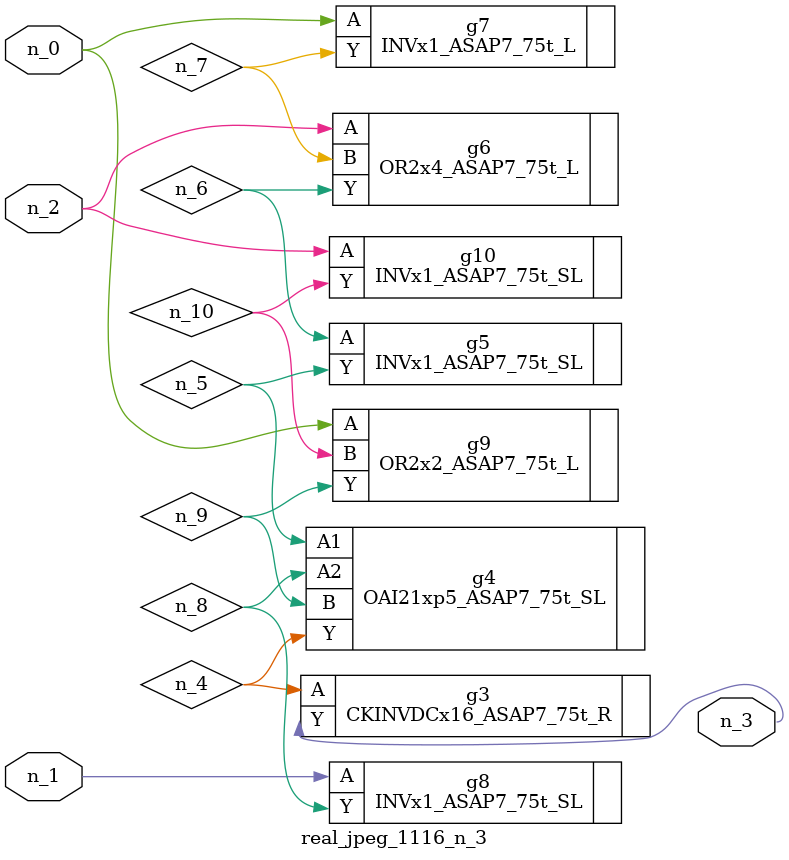
<source format=v>
module real_jpeg_1116_n_3 (n_1, n_0, n_2, n_3);

input n_1;
input n_0;
input n_2;

output n_3;

wire n_5;
wire n_4;
wire n_8;
wire n_6;
wire n_7;
wire n_10;
wire n_9;

INVx1_ASAP7_75t_L g7 ( 
.A(n_0),
.Y(n_7)
);

OR2x2_ASAP7_75t_L g9 ( 
.A(n_0),
.B(n_10),
.Y(n_9)
);

INVx1_ASAP7_75t_SL g8 ( 
.A(n_1),
.Y(n_8)
);

OR2x4_ASAP7_75t_L g6 ( 
.A(n_2),
.B(n_7),
.Y(n_6)
);

INVx1_ASAP7_75t_SL g10 ( 
.A(n_2),
.Y(n_10)
);

CKINVDCx16_ASAP7_75t_R g3 ( 
.A(n_4),
.Y(n_3)
);

OAI21xp5_ASAP7_75t_SL g4 ( 
.A1(n_5),
.A2(n_8),
.B(n_9),
.Y(n_4)
);

INVx1_ASAP7_75t_SL g5 ( 
.A(n_6),
.Y(n_5)
);


endmodule
</source>
